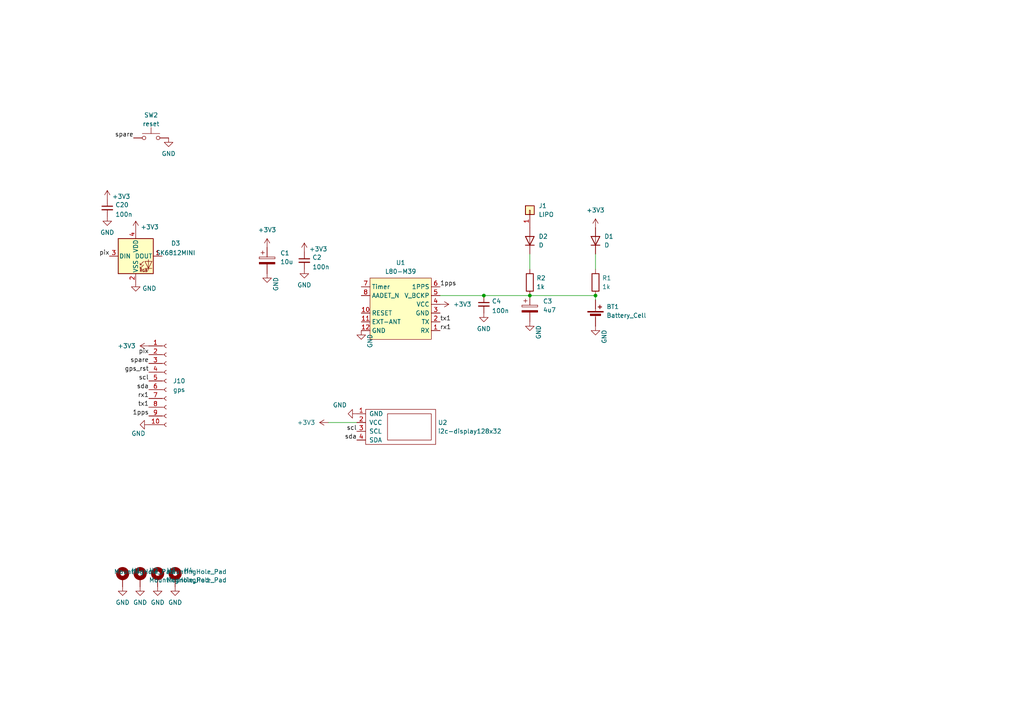
<source format=kicad_sch>
(kicad_sch (version 20230121) (generator eeschema)
  (paper "A4")
  (lib_symbols
    (symbol "AnymaLib-06:L80-M39"
      (property "Reference" "U" (at 0 10.16 0))
      (property "Value" "L80-M39" (at 1.27 -10.16 0))
      (symbol "L80-M39_0_1"
        (rectangle (start -8.89 8.89) (end 8.89 -8.89) (stroke (width 0.1524)) (fill (type background)))
      )
      (symbol "L80-M39_1_1"
        (pin input line (at 11.43 -6.35 180) (length 2.54) (name "RX") (number "1"))
        (pin input line (at -11.43 -1.27 0) (length 2.54) (name "RESET") (number "10"))
        (pin input line (at -11.43 -3.81 0) (length 2.54) (name "EXT-ANT") (number "11"))
        (pin input line (at -11.43 -6.35 0) (length 2.54) (name "GND") (number "12"))
        (pin input line (at 11.43 -3.81 180) (length 2.54) (name "TX") (number "2"))
        (pin input line (at 11.43 -1.27 180) (length 2.54) (name "GND") (number "3"))
        (pin input line (at 11.43 1.27 180) (length 2.54) (name "VCC") (number "4"))
        (pin input line (at 11.43 3.81 180) (length 2.54) (name "V_BCKP") (number "5"))
        (pin input line (at 11.43 6.35 180) (length 2.54) (name "1PPS") (number "6"))
        (pin input line (at -11.43 6.35 0) (length 2.54) (name "Timer") (number "7"))
        (pin input line (at -11.43 3.81 0) (length 2.54) (name "AADET_N") (number "8"))
        (pin input line (at -11.43 1.27 0) (length 2.54) hide (name "NC") (number "9"))
      )
    )
    (symbol "Connector:Conn_01x10_Socket" (pin_names (offset 1.016) hide)
      (property "Reference" "J" (at 0 12.7 0))
      (property "Value" "Conn_01x10_Socket" (at 0 -15.24 0))
      (symbol "Conn_01x10_Socket_1_1"
        (arc (start 0 -12.192) (mid -0.5058 -12.7) (end 0 -13.208) (stroke (width 0.1524)))
        (arc (start 0 -9.652) (mid -0.5058 -10.16) (end 0 -10.668) (stroke (width 0.1524)))
        (arc (start 0 -7.112) (mid -0.5058 -7.62) (end 0 -8.128) (stroke (width 0.1524)))
        (arc (start 0 -4.572) (mid -0.5058 -5.08) (end 0 -5.588) (stroke (width 0.1524)))
        (arc (start 0 -2.032) (mid -0.5058 -2.54) (end 0 -3.048) (stroke (width 0.1524)))
        (polyline (pts (xy -1.27 -12.7) (xy -0.508 -12.7)) (stroke (width 0.1524)))
        (polyline (pts (xy -1.27 -10.16) (xy -0.508 -10.16)) (stroke (width 0.1524)))
        (polyline (pts (xy -1.27 -7.62) (xy -0.508 -7.62)) (stroke (width 0.1524)))
        (polyline (pts (xy -1.27 -5.08) (xy -0.508 -5.08)) (stroke (width 0.1524)))
        (polyline (pts (xy -1.27 -2.54) (xy -0.508 -2.54)) (stroke (width 0.1524)))
        (polyline (pts (xy -1.27 0) (xy -0.508 0)) (stroke (width 0.1524)))
        (polyline (pts (xy -1.27 2.54) (xy -0.508 2.54)) (stroke (width 0.1524)))
        (polyline (pts (xy -1.27 5.08) (xy -0.508 5.08)) (stroke (width 0.1524)))
        (polyline (pts (xy -1.27 7.62) (xy -0.508 7.62)) (stroke (width 0.1524)))
        (polyline (pts (xy -1.27 10.16) (xy -0.508 10.16)) (stroke (width 0.1524)))
        (arc (start 0 0.508) (mid -0.5058 0) (end 0 -0.508) (stroke (width 0.1524)))
        (arc (start 0 3.048) (mid -0.5058 2.54) (end 0 2.032) (stroke (width 0.1524)))
        (arc (start 0 5.588) (mid -0.5058 5.08) (end 0 4.572) (stroke (width 0.1524)))
        (arc (start 0 8.128) (mid -0.5058 7.62) (end 0 7.112) (stroke (width 0.1524)))
        (arc (start 0 10.668) (mid -0.5058 10.16) (end 0 9.652) (stroke (width 0.1524)))
        (pin passive line (at -5.08 10.16 0) (length 3.81) (name "Pin_1") (number "1"))
        (pin passive line (at -5.08 -12.7 0) (length 3.81) (name "Pin_10") (number "10"))
        (pin passive line (at -5.08 7.62 0) (length 3.81) (name "Pin_2") (number "2"))
        (pin passive line (at -5.08 5.08 0) (length 3.81) (name "Pin_3") (number "3"))
        (pin passive line (at -5.08 2.54 0) (length 3.81) (name "Pin_4") (number "4"))
        (pin passive line (at -5.08 0 0) (length 3.81) (name "Pin_5") (number "5"))
        (pin passive line (at -5.08 -2.54 0) (length 3.81) (name "Pin_6") (number "6"))
        (pin passive line (at -5.08 -5.08 0) (length 3.81) (name "Pin_7") (number "7"))
        (pin passive line (at -5.08 -7.62 0) (length 3.81) (name "Pin_8") (number "8"))
        (pin passive line (at -5.08 -10.16 0) (length 3.81) (name "Pin_9") (number "9"))
      )
    )
    (symbol "Connector_Generic:Conn_01x01" (pin_names (offset 1.016) hide)
      (property "Reference" "J" (at 0 2.54 0))
      (property "Value" "Conn_01x01" (at 0 -2.54 0))
      (symbol "Conn_01x01_1_1"
        (rectangle (start -1.27 0.127) (end 0 -0.127) (stroke (width 0.1524)))
        (rectangle (start -1.27 1.27) (end 1.27 -1.27) (stroke (width 0.254)) (fill (type background)))
        (pin passive line (at -5.08 0 0) (length 3.81) (name "Pin_1") (number "1"))
      )
    )
    (symbol "Device:Battery_Cell" (pin_numbers hide) (pin_names (offset 0) hide)
      (property "Reference" "BT" (at 2.54 2.54 0))
      (property "Value" "Battery_Cell" (at 2.54 0 0))
      (symbol "Battery_Cell_0_1"
        (rectangle (start -2.286 1.778) (end 2.286 1.524) (fill (type outline)))
        (rectangle (start -1.524 1.016) (end 1.524 0.508) (fill (type outline)))
        (polyline (pts (xy 0 0.762) (xy 0 0)))
        (polyline (pts (xy 0 1.778) (xy 0 2.54)))
        (polyline (pts (xy 0.762 3.048) (xy 1.778 3.048)) (stroke (width 0.254)))
        (polyline (pts (xy 1.27 3.556) (xy 1.27 2.54)) (stroke (width 0.254)))
      )
      (symbol "Battery_Cell_1_1"
        (pin passive line (at 0 5.08 270) (length 2.54) (name "+") (number "1"))
        (pin passive line (at 0 -2.54 90) (length 2.54) (name "-") (number "2"))
      )
    )
    (symbol "Device:D" (pin_numbers hide) (pin_names (offset 1.016) hide)
      (property "Reference" "D" (at 0 2.54 0))
      (property "Value" "D" (at 0 -2.54 0))
      (symbol "D_0_1"
        (polyline (pts (xy -1.27 1.27) (xy -1.27 -1.27)) (stroke (width 0.254)))
        (polyline (pts (xy 1.27 0) (xy -1.27 0)))
        (polyline (pts (xy 1.27 1.27) (xy 1.27 -1.27) (xy -1.27 0) (xy 1.27 1.27)) (stroke (width 0.254)))
      )
      (symbol "D_1_1"
        (pin passive line (at -3.81 0 0) (length 2.54) (name "K") (number "1"))
        (pin passive line (at 3.81 0 180) (length 2.54) (name "A") (number "2"))
      )
    )
    (symbol "Device:R" (pin_numbers hide) (pin_names (offset 0))
      (property "Reference" "R" (at 2.032 0 90))
      (property "Value" "R" (at 0 0 90))
      (symbol "R_0_1"
        (rectangle (start -1.016 -2.54) (end 1.016 2.54) (stroke (width 0.254)))
      )
      (symbol "R_1_1"
        (pin passive line (at 0 3.81 270) (length 1.27) (name "~") (number "1"))
        (pin passive line (at 0 -3.81 90) (length 1.27) (name "~") (number "2"))
      )
    )
    (symbol "Mechanical:MountingHole_Pad" (pin_numbers hide) (pin_names (offset 1.016) hide)
      (property "Reference" "H" (at 0 6.35 0))
      (property "Value" "MountingHole_Pad" (at 0 4.445 0))
      (symbol "MountingHole_Pad_0_1"
        (circle (center 0 1.27) (radius 1.27) (stroke (width 1.27)))
      )
      (symbol "MountingHole_Pad_1_1"
        (pin input line (at 0 -2.54 90) (length 2.54) (name "1") (number "1"))
      )
    )
    (symbol "nime2020-library:CP" (pin_numbers hide) (pin_names (offset 0.254))
      (property "Reference" "C" (at 0.635 2.54 0))
      (property "Value" "CP" (at 0.635 -2.54 0))
      (symbol "CP_0_1"
        (rectangle (start -2.286 0.508) (end 2.286 1.016))
        (polyline (pts (xy -1.778 2.286) (xy -0.762 2.286)))
        (polyline (pts (xy -1.27 2.794) (xy -1.27 1.778)))
        (rectangle (start 2.286 -0.508) (end -2.286 -1.016) (fill (type outline)))
      )
      (symbol "CP_1_1"
        (pin passive line (at 0 3.81 270) (length 2.794) (name "~") (number "1"))
        (pin passive line (at 0 -3.81 90) (length 2.794) (name "~") (number "2"))
      )
    )
    (symbol "nime2020-library:SW_Push" (pin_numbers hide) (pin_names (offset 1.016) hide)
      (property "Reference" "SW" (at 1.27 2.54 0))
      (property "Value" "SW_Push" (at 0 -1.524 0))
      (symbol "SW_Push_0_1"
        (circle (center -2.032 0) (radius 0.508))
        (polyline (pts (xy 0 1.27) (xy 0 3.048)))
        (polyline (pts (xy 2.54 1.27) (xy -2.54 1.27)))
        (circle (center 2.032 0) (radius 0.508))
        (pin passive line (at -5.08 0 0) (length 2.54) (name "1") (number "1"))
        (pin passive line (at 5.08 0 180) (length 2.54) (name "2") (number "2"))
      )
    )
    (symbol "power:+3V3" (power) (pin_names (offset 0))
      (property "Value" "+3V3" (at 0 3.556 0))
      (symbol "+3V3_0_1"
        (polyline (pts (xy -0.762 1.27) (xy 0 2.54)))
        (polyline (pts (xy 0 0) (xy 0 2.54)))
        (polyline (pts (xy 0 2.54) (xy 0.762 1.27)))
      )
      (symbol "+3V3_1_1"
        (pin power_in line (at 0 0 90) (length 0) hide (name "+3V3") (number "1"))
      )
    )
    (symbol "power:GND" (power) (pin_names (offset 0))
      (property "Value" "GND" (at 0 -3.81 0))
      (symbol "GND_0_1"
        (polyline (pts (xy 0 0) (xy 0 -1.27) (xy 1.27 -1.27) (xy 0 -2.54) (xy -1.27 -1.27) (xy 0 -1.27)))
      )
      (symbol "GND_1_1"
        (pin power_in line (at 0 0 270) (length 0) hide (name "GND") (number "1"))
      )
    )
    (symbol "synkie_symbols:C_Small" (pin_numbers hide) (pin_names (offset 0.254) hide)
      (property "Reference" "C" (at 0.254 1.778 0))
      (property "Value" "C_Small" (at 0.254 -2.032 0))
      (symbol "C_Small_0_1"
        (polyline (pts (xy -1.524 -0.508) (xy 1.524 -0.508)) (stroke (width 0.3302)))
        (polyline (pts (xy -1.524 0.508) (xy 1.524 0.508)) (stroke (width 0.3048)))
      )
      (symbol "C_Small_1_1"
        (pin passive line (at 0 2.54 270) (length 2.032) (name "~") (number "1"))
        (pin passive line (at 0 -2.54 90) (length 2.032) (name "~") (number "2"))
      )
    )
    (symbol "synkie_symbols:SK6812MINI" (pin_names (offset 0.254))
      (property "Reference" "D" (at 5.08 5.715 0))
      (property "Value" "SK6812MINI" (at 1.27 -5.715 0))
      (symbol "SK6812MINI_0_0"
        (text "RGB" (at 2.286 -4.191 0) (effects (font (size 0.762 0.762))))
      )
      (symbol "SK6812MINI_0_1"
        (polyline (pts (xy 1.27 -3.556) (xy 1.778 -3.556)))
        (polyline (pts (xy 1.27 -2.54) (xy 1.778 -2.54)))
        (polyline (pts (xy 4.699 -3.556) (xy 2.667 -3.556)))
        (polyline (pts (xy 2.286 -2.54) (xy 1.27 -3.556) (xy 1.27 -3.048)))
        (polyline (pts (xy 2.286 -1.524) (xy 1.27 -2.54) (xy 1.27 -2.032)))
        (polyline (pts (xy 3.683 -1.016) (xy 3.683 -3.556) (xy 3.683 -4.064)))
        (polyline (pts (xy 4.699 -1.524) (xy 2.667 -1.524) (xy 3.683 -3.556) (xy 4.699 -1.524)))
        (rectangle (start 5.08 5.08) (end -5.08 -5.08) (stroke (width 0.254)) (fill (type background)))
      )
      (symbol "SK6812MINI_1_1"
        (pin output line (at 7.62 0 180) (length 2.54) (name "DOUT") (number "1"))
        (pin power_in line (at 0 -7.62 90) (length 2.54) (name "VSS") (number "2"))
        (pin input line (at -7.62 0 0) (length 2.54) (name "DIN") (number "3"))
        (pin power_in line (at 0 7.62 270) (length 2.54) (name "VDD") (number "4"))
      )
    )
    (symbol "synkie_symbols:i2c-display128x32" (pin_names (offset 1.016))
      (property "Reference" "U" (at -5.08 8.89 0))
      (property "Value" "i2c-display128x32" (at 2.54 -3.81 0))
      (symbol "i2c-display128x32_0_1"
        (polyline (pts (xy -6.35 7.62) (xy 13.97 7.62) (xy 13.97 -2.54) (xy -6.35 -2.54) (xy -6.35 7.62)))
        (polyline (pts (xy 0 6.35) (xy 0 -1.27) (xy 12.7 -1.27) (xy 12.7 6.35) (xy 0 6.35)))
      )
      (symbol "i2c-display128x32_1_1"
        (pin input line (at -8.89 6.35 0) (length 2.54) (name "GND") (number "1"))
        (pin input line (at -8.89 3.81 0) (length 2.54) (name "VCC") (number "2"))
        (pin input line (at -8.89 1.27 0) (length 2.54) (name "SCL") (number "3"))
        (pin input line (at -8.89 -1.27 0) (length 2.54) (name "SDA") (number "4"))
      )
    )
  )
  (junction (at 140.335 85.725))
  (junction (at 172.72 85.725))
  (junction (at 153.67 85.725))
  (wire (pts (xy 140.335 85.725) (xy 153.67 85.725)))
  (wire (pts (xy 95.25 122.555) (xy 103.505 122.555)))
  (wire (pts (xy 153.67 73.66) (xy 153.67 78.105)))
  (wire (pts (xy 172.72 73.66) (xy 172.72 78.105)))
  (wire (pts (xy 172.72 86.995) (xy 172.72 85.725)))
  (wire (pts (xy 153.67 85.725) (xy 172.72 85.725)))
  (wire (pts (xy 127.635 85.725) (xy 140.335 85.725)))
  (label "scl" (at 103.505 125.095 180))
  (label "rx1" (at 43.18 115.57 180))
  (label "pix" (at 31.75 74.295 180))
  (label "spare" (at 38.735 40.005 180))
  (label "spare" (at 43.18 105.41 180))
  (label "1pps" (at 43.18 120.65 180))
  (label "pix" (at 43.18 102.87 180))
  (label "scl" (at 43.18 110.49 180))
  (label "tx1" (at 127.635 93.345 0))
  (label "sda" (at 43.18 113.03 180))
  (label "1pps" (at 127.635 83.185 0))
  (label "tx1" (at 43.18 118.11 180))
  (label "gps_rst" (at 43.18 107.95 180))
  (label "sda" (at 103.505 127.635 180))
  (label "rx1" (at 127.635 95.885 0))
  (symbol (lib_id "Mechanical:MountingHole_Pad") (at 50.8 167.64 0) (unit 1)
    (property "Reference" "H4" (at 53.34 165.4615 0) (effects (justify left)))
    (property "Value" "MountingHole_Pad" (at 48.26 165.8236 0) (effects (justify left)))
    (property "Footprint" "MountingHole:MountingHole_2.2mm_M2_DIN965_Pad" (effects hide))
  )
  (symbol (lib_id "synkie_symbols:C_Small") (at 88.265 75.565 0) (unit 1)
    (property "Reference" "C2" (at 90.5891 74.6628 0) (effects (justify left)))
    (property "Value" "100n" (at 90.5891 77.4379 0) (effects (justify left)))
    (property "Footprint" "synkie_footprints:C_0603_1608Metric_Pad1.05x0.95mm_HandSolder" (effects hide))
  )
  (symbol (lib_id "AnymaLib-06:L80-M39") (at 116.205 89.535 0) (unit 1)
    (property "Reference" "U1" (at 116.205 76.2 0))
    (property "Value" "L80-M39" (at 116.205 78.74 0))
    (property "Footprint" "Anyma06:L80-M39" (effects hide))
  )
  (symbol (lib_id "Device:D") (at 172.72 69.85 90) (unit 1)
    (property "Reference" "D1" (at 175.26 68.58 90) (effects (justify right)))
    (property "Value" "D" (at 175.26 71.12 90) (effects (justify right)))
    (property "Footprint" "synkie_footprints:D_MiniMELF_Handsoldering" (effects hide))
    (property "Sim.Device" "D" (effects hide))
    (property "Sim.Pins" "1=K 2=A" (effects hide))
  )
  (symbol (lib_id "synkie_symbols:C_Small") (at 140.335 88.265 0) (unit 1)
    (property "Reference" "C4" (at 142.6591 87.3628 0) (effects (justify left)))
    (property "Value" "100n" (at 142.6591 90.1379 0) (effects (justify left)))
    (property "Footprint" "synkie_footprints:C_0603_1608Metric_Pad1.05x0.95mm_HandSolder" (effects hide))
  )
  (symbol (lib_id "power:GND") (at 88.265 78.105 0) (unit 1)
    (property "Reference" "#PWR010" (effects hide))
    (property "Value" "GND" (at 88.265 82.6675 0))
  )
  (symbol (lib_id "power:+3V3") (at 39.37 66.675 0) (unit 1)
    (property "Reference" "#PWR066" (effects hide))
    (property "Value" "+3V3" (at 40.767 65.8388 0) (effects (justify left)))
  )
  (symbol (lib_id "synkie_symbols:SK6812MINI") (at 39.37 74.295 0) (unit 1)
    (property "Reference" "D3" (at 50.9459 70.5698 0))
    (property "Value" "SK6812MINI" (at 50.9459 73.3449 0))
    (property "Footprint" "Anyma06:SK6812-MINI-HS" (effects hide))
    (property "Datasheet" "https://cdn-shop.adafruit.com/product-files/2686/SK6812MINI_REV.01-1-2.pdf" (effects hide))
  )
  (symbol (lib_id "nime2020-library:CP") (at 153.67 89.535 0) (unit 1)
    (property "Reference" "C3" (at 157.48 87.376 0) (effects (justify left)))
    (property "Value" "4u7" (at 157.48 89.916 0) (effects (justify left)))
    (property "Footprint" "synkie_footprints:C_1206_3216Metric_Pad1.42x1.75mm_HandSolder" (effects hide))
  )
  (symbol (lib_id "power:GND") (at 50.8 170.18 0) (unit 1)
    (property "Reference" "#PWR089" (effects hide))
    (property "Value" "GND" (at 50.8 174.7425 0))
  )
  (symbol (lib_id "power:GND") (at 43.18 123.19 270) (unit 1)
    (property "Reference" "#PWR097" (effects hide))
    (property "Value" "GND" (at 38.1 125.73 90) (effects (justify left)))
  )
  (symbol (lib_id "power:GND") (at 77.47 79.375 0) (unit 1)
    (property "Reference" "#PWR08" (effects hide))
    (property "Value" "GND" (at 80.01 84.455 90) (effects (justify left)))
  )
  (symbol (lib_id "power:GND") (at 172.72 94.615 0) (unit 1)
    (property "Reference" "#PWR02" (effects hide))
    (property "Value" "GND" (at 175.26 99.695 90) (effects (justify left)))
  )
  (symbol (lib_id "power:GND") (at 45.72 170.18 0) (unit 1)
    (property "Reference" "#PWR088" (effects hide))
    (property "Value" "GND" (at 45.72 174.7425 0))
  )
  (symbol (lib_id "Device:Battery_Cell") (at 172.72 92.075 0) (unit 1)
    (property "Reference" "BT1" (at 175.895 88.9635 0) (effects (justify left)))
    (property "Value" "Battery_Cell" (at 175.895 91.5035 0) (effects (justify left)))
    (property "Footprint" "anyma_footprints:smd-2pin" (effects hide))
  )
  (symbol (lib_id "power:GND") (at 39.37 81.915 0) (unit 1)
    (property "Reference" "#PWR074" (effects hide))
    (property "Value" "GND" (at 41.275 83.664 0) (effects (justify left)))
  )
  (symbol (lib_id "Mechanical:MountingHole_Pad") (at 35.56 167.64 0) (unit 1)
    (property "Reference" "H1" (at 38.1 165.4615 0) (effects (justify left)))
    (property "Value" "MountingHole_Pad" (at 33.02 165.8236 0) (effects (justify left)))
    (property "Footprint" "MountingHole:MountingHole_2.2mm_M2_DIN965_Pad" (effects hide))
  )
  (symbol (lib_id "power:GND") (at 35.56 170.18 0) (unit 1)
    (property "Reference" "#PWR086" (effects hide))
    (property "Value" "GND" (at 35.56 174.7425 0))
  )
  (symbol (lib_id "nime2020-library:CP") (at 77.47 75.565 0) (unit 1)
    (property "Reference" "C1" (at 81.28 73.406 0) (effects (justify left)))
    (property "Value" "10u" (at 81.28 75.946 0) (effects (justify left)))
    (property "Footprint" "synkie_footprints:C_1206_3216Metric_Pad1.42x1.75mm_HandSolder" (effects hide))
  )
  (symbol (lib_id "power:GND") (at 103.505 120.015 270) (unit 1)
    (property "Reference" "#PWR04" (effects hide))
    (property "Value" "GND" (at 96.52 117.475 90) (effects (justify left)))
  )
  (symbol (lib_id "Device:R") (at 172.72 81.915 0) (unit 1)
    (property "Reference" "R1" (at 174.625 80.645 0) (effects (justify left)))
    (property "Value" "1k" (at 174.625 83.185 0) (effects (justify left)))
    (property "Footprint" "synkie_footprints:C_0805_2012Metric_Pad1.15x1.40mm_HandSolder" (effects hide))
  )
  (symbol (lib_id "power:+3V3") (at 31.115 57.785 0) (unit 1)
    (property "Reference" "#PWR062" (effects hide))
    (property "Value" "+3V3" (at 32.512 56.994 0) (effects (justify left)))
  )
  (symbol (lib_id "power:GND") (at 140.335 90.805 0) (unit 1)
    (property "Reference" "#PWR012" (effects hide))
    (property "Value" "GND" (at 140.335 95.3675 0))
  )
  (symbol (lib_id "power:+3V3") (at 95.25 122.555 90) (unit 1)
    (property "Reference" "#PWR05" (effects hide))
    (property "Value" "+3V3" (at 91.44 122.555 90) (effects (justify left)))
  )
  (symbol (lib_id "Connector:Conn_01x10_Socket") (at 48.26 110.49 0) (unit 1)
    (property "Reference" "J10" (at 50.165 110.49 0) (effects (justify left)))
    (property "Value" "gps" (at 50.165 113.03 0) (effects (justify left)))
    (property "Footprint" "anyma_footprints:ComboPinhead_10" (effects hide))
  )
  (symbol (lib_id "power:GND") (at 104.775 95.885 0) (unit 1)
    (property "Reference" "#PWR01" (effects hide))
    (property "Value" "GND" (at 107.315 100.965 90) (effects (justify left)))
  )
  (symbol (lib_id "nime2020-library:SW_Push") (at 43.815 40.005 0) (unit 1)
    (property "Reference" "SW2" (at 43.815 33.3842 0))
    (property "Value" "reset" (at 43.815 35.9211 0))
    (property "Footprint" "synkie_footprints:Alps_Tactile_Switch" (effects hide))
  )
  (symbol (lib_id "power:+3V3") (at 127.635 88.265 270) (unit 1)
    (property "Reference" "#PWR03" (effects hide))
    (property "Value" "+3V3" (at 131.445 88.265 90) (effects (justify left)))
  )
  (symbol (lib_id "power:+3V3") (at 77.47 71.755 0) (unit 1)
    (property "Reference" "#PWR07" (effects hide))
    (property "Value" "+3V3" (at 77.47 66.675 0))
  )
  (symbol (lib_id "power:+3V3") (at 88.265 73.025 0) (unit 1)
    (property "Reference" "#PWR09" (effects hide))
    (property "Value" "+3V3" (at 89.662 72.234 0) (effects (justify left)))
  )
  (symbol (lib_id "Device:D") (at 153.67 69.85 90) (unit 1)
    (property "Reference" "D2" (at 156.21 68.58 90) (effects (justify right)))
    (property "Value" "D" (at 156.21 71.12 90) (effects (justify right)))
    (property "Footprint" "synkie_footprints:D_MiniMELF_Handsoldering" (effects hide))
    (property "Sim.Device" "D" (effects hide))
    (property "Sim.Pins" "1=K 2=A" (effects hide))
  )
  (symbol (lib_id "Device:R") (at 153.67 81.915 0) (unit 1)
    (property "Reference" "R2" (at 155.575 80.645 0) (effects (justify left)))
    (property "Value" "1k" (at 155.575 83.185 0) (effects (justify left)))
    (property "Footprint" "synkie_footprints:C_0805_2012Metric_Pad1.15x1.40mm_HandSolder" (effects hide))
  )
  (symbol (lib_id "Mechanical:MountingHole_Pad") (at 45.72 167.64 0) (unit 1)
    (property "Reference" "H3" (at 48.26 165.4615 0) (effects (justify left)))
    (property "Value" "MountingHole_Pad" (at 48.26 168.2366 0) (effects (justify left)))
    (property "Footprint" "MountingHole:MountingHole_2.2mm_M2_DIN965_Pad" (effects hide))
  )
  (symbol (lib_id "Mechanical:MountingHole_Pad") (at 40.64 167.64 0) (unit 1)
    (property "Reference" "H2" (at 43.18 165.4615 0) (effects (justify left)))
    (property "Value" "MountingHole_Pad" (at 43.18 168.2366 0) (effects (justify left)))
    (property "Footprint" "MountingHole:MountingHole_2.2mm_M2_DIN965_Pad" (effects hide))
  )
  (symbol (lib_id "power:GND") (at 40.64 170.18 0) (unit 1)
    (property "Reference" "#PWR087" (effects hide))
    (property "Value" "GND" (at 40.64 174.7425 0))
  )
  (symbol (lib_id "Connector_Generic:Conn_01x01") (at 153.67 60.96 90) (unit 1)
    (property "Reference" "J1" (at 156.21 59.69 90) (effects (justify right)))
    (property "Value" "LIPO" (at 156.21 62.23 90) (effects (justify right)))
    (property "Footprint" "anyma_footprints:smd-1pin" (effects hide))
  )
  (symbol (lib_id "synkie_symbols:i2c-display128x32") (at 112.395 126.365 0) (unit 1)
    (property "Reference" "U2" (at 127 122.555 0) (effects (justify left)))
    (property "Value" "i2c-display128x32" (at 127 125.095 0) (effects (justify left)))
    (property "Footprint" "synkie_footprints:Bangood_I2C_Display" (effects hide))
  )
  (symbol (lib_id "power:GND") (at 153.67 93.345 0) (unit 1)
    (property "Reference" "#PWR011" (effects hide))
    (property "Value" "GND" (at 156.21 98.425 90) (effects (justify left)))
  )
  (symbol (lib_id "power:+3V3") (at 43.18 100.33 90) (unit 1)
    (property "Reference" "#PWR096" (effects hide))
    (property "Value" "+3V3" (at 39.37 100.33 90) (effects (justify left)))
  )
  (symbol (lib_id "power:GND") (at 48.895 40.005 0) (unit 1)
    (property "Reference" "#PWR045" (effects hide))
    (property "Value" "GND" (at 48.895 44.5675 0))
  )
  (symbol (lib_id "power:+3V3") (at 172.72 66.04 0) (unit 1)
    (property "Reference" "#PWR06" (effects hide))
    (property "Value" "+3V3" (at 172.72 60.96 0))
  )
  (symbol (lib_id "synkie_symbols:C_Small") (at 31.115 60.325 0) (unit 1)
    (property "Reference" "C20" (at 33.4391 59.4228 0) (effects (justify left)))
    (property "Value" "100n" (at 33.4391 62.1979 0) (effects (justify left)))
    (property "Footprint" "synkie_footprints:C_0603_1608Metric_Pad1.05x0.95mm_HandSolder" (effects hide))
  )
  (symbol (lib_id "power:GND") (at 31.115 62.865 0) (unit 1)
    (property "Reference" "#PWR065" (effects hide))
    (property "Value" "GND" (at 31.115 67.4275 0))
  )
)
</source>
